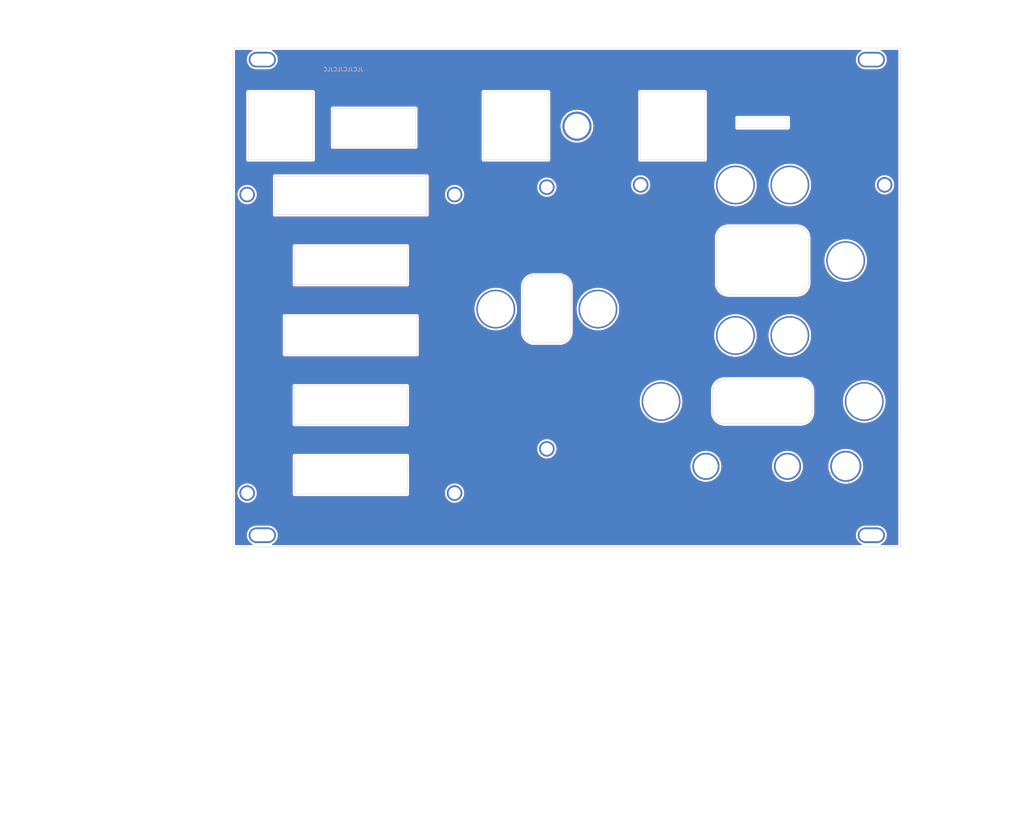
<source format=kicad_pcb>
(kicad_pcb (version 20221018) (generator pcbnew)
  (layers (0 "F.Cu" signal) (31 "B.Cu" signal) (34 "B.Paste" user) (35 "F.Paste" user) (36 "B.SilkS" user "B.Silkscreen") (37 "F.SilkS" user "F.Silkscreen") (38 "B.Mask" user) (39 "F.Mask" user) (44 "Edge.Cuts" user))
  (net 0 "")
  (footprint "footprints:skip" (layer "F.Cu") (at 201.855 122.545)
    (fp_text reference "G***" hide)
    (fp_text value "LOGO" hide)
  )
  (footprint "MountingHole:MountingHole_M3" (layer "F.Cu") (at 212.635 157.145)
    (fp_text reference "H10" hide)
    (fp_text value "MountingHole_Pad")
    (pad "1" thru_hole oval (at 0 0) (size 7 4) (drill oval 6.1 3.1) (layers "*.Cu" "*.Mask"))
  )
  (footprint "footprints:robbie" (layer "F.Cu") (at 174.791348 67.934471)
    (fp_text reference "G***" hide)
    (fp_text value "LOGO" hide)
  )
  (footprint "footprints:volume" (layer "F.Cu") (at 198.155 147.145)
    (fp_text reference "G***" hide)
    (fp_text value "LOGO" hide)
  )
  (footprint "MountingHole:MountingHole_M3" (layer "F.Cu") (at 55.855 34.645)
    (fp_text reference "H1" hide)
    (fp_text value "MountingHole_Pad")
    (pad "1" thru_hole oval (at 0 0) (size 7 4) (drill oval 6.1 3.1) (layers "*.Cu" "*.Mask"))
  )
  (footprint "footprints:landscape" (layer "F.Cu") (at 122.115227 102.501047)
    (fp_text reference "G***" hide)
    (fp_text value "LOGO" hide)
  )
  (footprint "footprints:potentiometer" (layer "F.Cu") (at 184.155789 139.481834 -90)
    (fp_text reference "G***" hide)
    (fp_text value "LOGO" hide)
  )
  (footprint "MountingHole:MountingHole_M3" (layer "F.Cu") (at 177.655 66.935)
    (fp_text reference "H13" hide)
    (fp_text value "MountingHole_Pad")
    (pad "1" thru_hole circle (at 0 0) (size 10 10) (drill 9.2) (layers "*.Cu" "*.Mask"))
  )
  (footprint "MountingHole:MountingHole_M3" (layer "F.Cu") (at 51.955 146.295)
    (fp_text reference "H5" hide)
    (fp_text value "MountingHole_Pad")
    (pad "1" thru_hole circle (at 0 0) (size 4 4) (drill 3.1) (layers "*.Cu" "*.Mask"))
  )
  (footprint "MountingHole:MountingHole_M3" (layer "F.Cu") (at 129.105 134.895)
    (fp_text reference "H6" hide)
    (fp_text value "MountingHole_Pad")
    (pad "1" thru_hole circle (at 0 0) (size 4 4) (drill 3.1) (layers "*.Cu" "*.Mask"))
  )
  (footprint "footprints:landscape" (layer "F.Cu") (at 83.155 99.345)
    (fp_text reference "G***" hide)
    (fp_text value "LOGO" hide)
  )
  (footprint "MountingHole:MountingHole_M3" (layer "F.Cu") (at 210.805 122.695)
    (fp_text reference "H9" hide)
    (fp_text value "MountingHole_Pad")
    (pad "1" thru_hole circle (at 0 0) (size 10 10) (drill 9.2) (layers "*.Cu" "*.Mask"))
  )
  (footprint "MountingHole:MountingHole_M3" (layer "F.Cu") (at 212.635 34.645)
    (fp_text reference "H7" hide)
    (fp_text value "MountingHole_Pad")
    (pad "1" thru_hole oval (at 0 0) (size 7 4) (drill oval 6.1 3.1) (layers "*.Cu" "*.Mask"))
  )
  (footprint "MountingHole:MountingHole_M3" (layer "F.Cu") (at 115.955 98.895)
    (fp_text reference "H8" hide)
    (fp_text value "MountingHole_Pad")
    (pad "1" thru_hole circle (at 0 0) (size 10 10) (drill 9.2) (layers "*.Cu" "*.Mask"))
  )
  (footprint "MountingHole:MountingHole_M3" (layer "F.Cu") (at 170.055 139.395)
    (fp_text reference "H11" hide)
    (fp_text value "MountingHole_Pad")
    (pad "1" thru_hole circle (at 0 0) (size 7 7) (drill 6.1) (layers "*.Cu" "*.Mask"))
  )
  (footprint "MountingHole:MountingHole_M3" (layer "F.Cu") (at 55.855 157.145 180)
    (fp_text reference "H4" hide)
    (fp_text value "MountingHole_Pad")
    (pad "1" thru_hole oval (at 0 0 180) (size 7 4) (drill oval 6.1 3.1) (layers "*.Cu" "*.Mask"))
  )
  (footprint "MountingHole:MountingHole_M3" (layer "F.Cu") (at 206.055 139.395)
    (fp_text reference "H14" hide)
    (fp_text value "MountingHole_Pad")
    (pad "1" thru_hole circle (at 0 0) (size 8 8) (drill 7.1) (layers "*.Cu" "*.Mask"))
  )
  (footprint "MountingHole:MountingHole_M3" (layer "F.Cu") (at 191.655 66.935)
    (fp_text reference "H2" hide)
    (fp_text value "MountingHole_Pad")
    (pad "1" thru_hole circle (at 0 0) (size 10 10) (drill 9.2) (layers "*.Cu" "*.Mask"))
  )
  (footprint "MountingHole:MountingHole_M3" (layer "F.Cu") (at 51.955 69.395)
    (fp_text reference "H3" hide)
    (fp_text value "MountingHole_Pad")
    (pad "1" thru_hole circle (at 0 0) (size 4 4) (drill 3.1) (layers "*.Cu" "*.Mask"))
  )
  (footprint "footprints:landscape" (layer "F.Cu") (at 107.111047 156.482545 90)
    (fp_text reference "G***" hide)
    (fp_text value "LOGO" hide)
  )
  (footprint "MountingHole:MountingHole_M3" (layer "F.Cu") (at 191.055 139.395)
    (fp_text reference "H15" hide)
    (fp_text value "MountingHole_Pad")
    (pad "1" thru_hole circle (at 0 0) (size 7 7) (drill 6.1) (layers "*.Cu" "*.Mask"))
  )
  (footprint "footprints:landscape" (layer "F.Cu") (at 171.021225 108.688954 180)
    (fp_text reference "G***" hide)
    (fp_text value "LOGO" hide)
  )
  (footprint "footprints:queue" (layer "F.Cu") (at 205.955 76.245)
    (fp_text reference "G***" hide)
    (fp_text value "LOGO" hide)
  )
  (footprint "MountingHole:MountingHole_M3" (layer "F.Cu") (at 136.855 51.795)
    (fp_text reference "H9" hide)
    (fp_text value "MountingHole_Pad")
    (pad "1" thru_hole circle (at 0 0) (size 7.5 7.5) (drill 6.4) (layers "*.Cu" "*.Mask"))
  )
  (footprint "footprints:landscape" (layer "F.Cu") (at 136.998953 137.307455 -90)
    (fp_text reference "G***" hide)
    (fp_text value "LOGO" hide)
  )
  (footprint "footprints:landscape" (layer "F.Cu") (at 108.411047 123.611225 90)
    (fp_text reference "G***" hide)
    (fp_text value "LOGO" hide)
  )
  (footprint "MountingHole:MountingHole_M3" (layer "F.Cu") (at 177.655 105.695)
    (fp_text reference "H3" hide)
    (fp_text value "MountingHole_Pad")
    (pad "1" thru_hole circle (at 0 0) (size 10 10) (drill 9.2) (layers "*.Cu" "*.Mask"))
  )
  (footprint "footprints:landscape" (layer "F.Cu") (at 183.201316 31.860526 180)
    (fp_text reference "G***" hide)
    (fp_text value "LOGO" hide)
  )
  (footprint "footprints:headphone" (layer "F.Cu") (at 161.555 139.145)
    (fp_text reference "G***" hide)
    (fp_text value "LOGO" hide)
  )
  (footprint "footprints:robbie2" (layer "F.Cu") (at 148.919423 104.273778)
    (fp_text reference "G***" hide)
    (fp_text value "LOGO" hide)
  )
  (footprint "MountingHole:MountingHole_M3" (layer "F.Cu") (at 153.255 66.895)
    (fp_text reference "H16" hide)
    (fp_text value "MountingHole_Pad")
    (pad "1" thru_hole circle (at 0 0) (size 4 4) (drill 3.1) (layers "*.Cu" "*.Mask"))
  )
  (footprint "MountingHole:MountingHole_M3" (layer "F.Cu") (at 216.055 66.895)
    (fp_text reference "H17" hide)
    (fp_text value "MountingHole_Pad")
    (pad "1" thru_hole circle (at 0 0) (size 4 4) (drill 3.1) (layers "*.Cu" "*.Mask"))
  )
  (footprint "footprints:landscape" (layer "F.Cu") (at 69.273696 77.301047)
    (fp_text reference "G***" hide)
    (fp_text value "LOGO" hide)
  )
  (footprint "MountingHole:MountingHole_M3" (layer "F.Cu") (at 158.505 122.695)
    (fp_text reference "H8" hide)
    (fp_text value "MountingHole_Pad")
    (pad "1" thru_hole circle (at 0 0) (size 10 10) (drill 9.2) (layers "*.Cu" "*.Mask"))
  )
  (footprint "footprints:menu" (layer "F.Cu") (at 167.755 122.545)
    (fp_text reference "G***" hide)
    (fp_text value "LOGO" hide)
  )
  (footprint "MountingHole:MountingHole_M3" (layer "F.Cu") (at 206.032 86.397)
    (fp_text reference "H5" hide)
    (fp_text value "MountingHole_Pad")
    (pad "1" thru_hole circle (at 0 0) (size 10 10) (drill 9.2) (layers "*.Cu" "*.Mask"))
  )
  (footprint "MountingHole:MountingHole_M3" (layer "F.Cu") (at 129.105 67.495)
    (fp_text reference "H5" hide)
    (fp_text value "MountingHole_Pad")
    (pad "1" thru_hole circle (at 0 0) (size 4 4) (drill 3.1) (layers "*.Cu" "*.Mask"))
  )
  (footprint "MountingHole:MountingHole_M3" (layer "F.Cu") (at 105.355 69.395)
    (fp_text reference "H6" hide)
    (fp_text value "MountingHole_Pad")
    (pad "1" thru_hole circle (at 0 0) (size 4 4) (drill 3.1) (layers "*.Cu" "*.Mask"))
  )
  (footprint "MountingHole:MountingHole_M3" (layer "F.Cu") (at 142.255 98.895)
    (fp_text reference "H7" hide)
    (fp_text value "MountingHole_Pad")
    (pad "1" thru_hole circle (at 0 0) (size 10 10) (drill 9.2) (layers "*.Cu" "*.Mask"))
  )
  (footprint "MountingHole:MountingHole_M3" (layer "F.Cu") (at 105.355 146.295)
    (fp_text reference "H7" hide)
    (fp_text value "MountingHole_Pad")
    (pad "1" thru_hole circle (at 0 0) (size 4 4) (drill 3.1) (layers "*.Cu" "*.Mask"))
  )
  (footprint "MountingHole:MountingHole_M3" (layer "F.Cu") (at 191.655 105.695)
    (fp_text reference "H6" hide)
    (fp_text value "MountingHole_Pad")
    (pad "1" thru_hole circle (at 0 0) (size 10 10) (drill 9.2) (layers "*.Cu" "*.Mask"))
  )
  (gr_rect (start 64.165 136.675) (end 93.145 146.575) (stroke (width 0.1)) (fill none) (layer "Edge.Cuts"))
  (gr_line (start 175.84 77.562) (end 193.47 77.562) (stroke (width 0.1)) (layer "Edge.Cuts"))
  (gr_rect (start 61.605 100.675) (end 95.665 110.575) (stroke (width 0.1)) (fill none) (layer "Edge.Cuts"))
  (gr_line (start 174.84 116.945) (end 194.47 116.945) (stroke (width 0.1)) (layer "Edge.Cuts"))
  (gr_arc (start 174.84 128.445) (mid 172.71868 127.56632) (end 171.84 125.445) (stroke (width 0.1)) (layer "Edge.Cuts"))
  (gr_line (start 193.47 95.232) (end 175.84 95.232) (stroke (width 0.1)) (layer "Edge.Cuts"))
  (gr_rect (start 59.085 64.675) (end 98.225 74.575) (stroke (width 0.1)) (fill none) (layer "Edge.Cuts"))
  (gr_rect (start 64.145 118.675) (end 93.125 128.575) (stroke (width 0.1)) (fill none) (layer "Edge.Cuts"))
  (gr_rect (start 178.105 49.595) (end 191.205 52.195) (stroke (width 0.1)) (fill none) (layer "Edge.Cuts"))
  (gr_rect (start 48.355 31.645) (end 220.055 160.145) (stroke (width 0.1)) (fill none) (layer "Edge.Cuts"))
  (gr_line (start 196.47 80.562) (end 196.47 92.232) (stroke (width 0.1)) (layer "Edge.Cuts"))
  (gr_arc (start 122.905 93.145) (mid 123.78368 91.02368) (end 125.905 90.145) (stroke (width 0.1)) (layer "Edge.Cuts"))
  (gr_rect (start 153.1 42.96) (end 169.81 60.43) (stroke (width 0.1)) (fill none) (layer "Edge.Cuts"))
  (gr_line (start 122.905 93.145) (end 122.905 104.645) (stroke (width 0.1)) (layer "Edge.Cuts"))
  (gr_arc (start 196.47 92.232) (mid 195.59132 94.35332) (end 193.47 95.232) (stroke (width 0.1)) (layer "Edge.Cuts"))
  (gr_rect (start 73.975 47.215) (end 95.335 57.115) (stroke (width 0.1)) (fill none) (layer "Edge.Cuts"))
  (gr_rect (start 64.165 82.675) (end 93.145 92.575) (stroke (width 0.1)) (fill none) (layer "Edge.Cuts"))
  (gr_arc (start 193.47 77.562) (mid 195.59132 78.44068) (end 196.47 80.562) (stroke (width 0.1)) (layer "Edge.Cuts"))
  (gr_arc (start 172.84 80.562) (mid 173.71868 78.44068) (end 175.84 77.562) (stroke (width 0.1)) (layer "Edge.Cuts"))
  (gr_arc (start 194.47 116.945) (mid 196.59132 117.82368) (end 197.47 119.945) (stroke (width 0.1)) (layer "Edge.Cuts"))
  (gr_rect (start 52.2 42.96) (end 68.91 60.43) (stroke (width 0.1)) (fill none) (layer "Edge.Cuts"))
  (gr_arc (start 171.84 119.945) (mid 172.71868 117.82368) (end 174.84 116.945) (stroke (width 0.1)) (layer "Edge.Cuts"))
  (gr_arc (start 132.305 90.145) (mid 134.42632 91.02368) (end 135.305 93.145) (stroke (width 0.1)) (layer "Edge.Cuts"))
  (gr_rect (start 112.8 42.96) (end 129.51 60.43) (stroke (width 0.1)) (fill none) (layer "Edge.Cuts"))
  (gr_line (start 171.84 125.445) (end 171.84 119.945) (stroke (width 0.1)) (layer "Edge.Cuts"))
  (gr_line (start 135.305 104.645) (end 135.305 93.145) (stroke (width 0.1)) (layer "Edge.Cuts"))
  (gr_arc (start 135.305 104.645) (mid 134.42632 106.76632) (end 132.305 107.645) (stroke (width 0.1)) (layer "Edge.Cuts"))
  (gr_arc (start 175.84 95.232) (mid 173.71868 94.35332) (end 172.84 92.232) (stroke (width 0.1)) (layer "Edge.Cuts"))
  (gr_line (start 132.305 90.145) (end 125.905 90.145) (stroke (width 0.1)) (layer "Edge.Cuts"))
  (gr_arc (start 125.905 107.645) (mid 123.78368 106.76632) (end 122.905 104.645) (stroke (width 0.1)) (layer "Edge.Cuts"))
  (gr_line (start 172.84 92.232) (end 172.84 80.562) (stroke (width 0.1)) (layer "Edge.Cuts"))
  (gr_line (start 194.47 128.445) (end 174.84 128.445) (stroke (width 0.1)) (layer "Edge.Cuts"))
  (gr_arc (start 197.47 125.445) (mid 196.59132 127.56632) (end 194.47 128.445) (stroke (width 0.1)) (layer "Edge.Cuts"))
  (gr_line (start 125.905 107.645) (end 132.305 107.645) (stroke (width 0.1)) (layer "Edge.Cuts"))
  (gr_line (start 197.47 119.945) (end 197.47 125.445) (stroke (width 0.1)) (layer "Edge.Cuts"))
  (gr_text "JLCJLCJLCJLC" (at 81.955 37.745) (layer "B.SilkS") (effects (font (size 1 1)) (justify left bottom mirror)))
  (zone (net 0) (net_name "") (layers "F&B.Cu") (connect_pads (clearance 0.5)) (min_thickness 0.25) (fill yes (thermal_gap 0.5) (thermal_bridge_width 0.5) (island_removal_mode 1) (island_area_min 10))
    (polygon (pts (xy 48.355 31.645) (xy 220.055 31.645) (xy 220.055 160.145) (xy 48.355 160.145)))
  )
)
</source>
